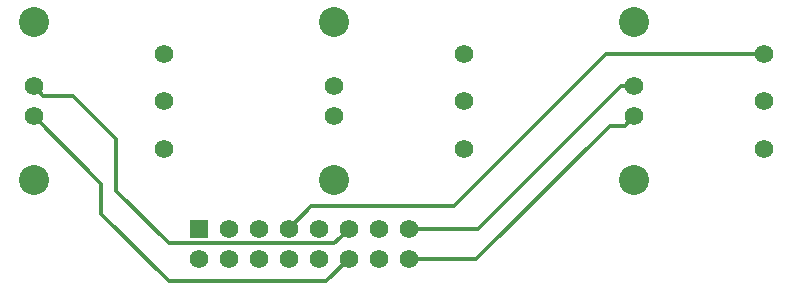
<source format=gbr>
G04 #@! TF.GenerationSoftware,KiCad,Pcbnew,(5.0.1)-3*
G04 #@! TF.CreationDate,2018-11-05T21:06:12-08:00*
G04 #@! TF.ProjectId,500-1137,3530302D313133372E6B696361645F70,rev?*
G04 #@! TF.SameCoordinates,Original*
G04 #@! TF.FileFunction,Copper,L2,Bot,Signal*
G04 #@! TF.FilePolarity,Positive*
%FSLAX46Y46*%
G04 Gerber Fmt 4.6, Leading zero omitted, Abs format (unit mm)*
G04 Created by KiCad (PCBNEW (5.0.1)-3) date 11/5/2018 9:06:12 PM*
%MOMM*%
%LPD*%
G01*
G04 APERTURE LIST*
G04 #@! TA.AperFunction,ComponentPad*
%ADD10R,1.574800X1.574800*%
G04 #@! TD*
G04 #@! TA.AperFunction,ComponentPad*
%ADD11C,1.574800*%
G04 #@! TD*
G04 #@! TA.AperFunction,ComponentPad*
%ADD12C,2.540000*%
G04 #@! TD*
G04 #@! TA.AperFunction,Conductor*
%ADD13C,0.304800*%
G04 #@! TD*
G04 APERTURE END LIST*
D10*
G04 #@! TO.P,P1,1*
G04 #@! TO.N,Net-(P1-Pad1)*
X90170000Y-86995000D03*
D11*
G04 #@! TO.P,P1,2*
G04 #@! TO.N,Net-(P1-Pad2)*
X90170000Y-89535000D03*
G04 #@! TO.P,P1,3*
G04 #@! TO.N,Net-(P1-Pad3)*
X92710000Y-86995000D03*
G04 #@! TO.P,P1,4*
G04 #@! TO.N,Net-(P1-Pad4)*
X92710000Y-89535000D03*
G04 #@! TO.P,P1,5*
G04 #@! TO.N,Net-(P1-Pad5)*
X95250000Y-86995000D03*
G04 #@! TO.P,P1,6*
G04 #@! TO.N,Net-(P1-Pad6)*
X95250000Y-89535000D03*
G04 #@! TO.P,P1,7*
G04 #@! TO.N,Net-(P1-Pad7)*
X97790000Y-86995000D03*
G04 #@! TO.P,P1,8*
G04 #@! TO.N,Net-(P1-Pad8)*
X97790000Y-89535000D03*
G04 #@! TO.P,P1,9*
G04 #@! TO.N,Net-(P1-Pad9)*
X100330000Y-86995000D03*
G04 #@! TO.P,P1,10*
G04 #@! TO.N,N/C*
X100330000Y-89535000D03*
G04 #@! TO.P,P1,11*
G04 #@! TO.N,Net-(P1-Pad11)*
X102870000Y-86995000D03*
G04 #@! TO.P,P1,12*
G04 #@! TO.N,Net-(P1-Pad12)*
X102870000Y-89535000D03*
G04 #@! TO.P,P1,13*
G04 #@! TO.N,Net-(P1-Pad13)*
X105410000Y-86995000D03*
G04 #@! TO.P,P1,14*
G04 #@! TO.N,Net-(P1-Pad14)*
X105410000Y-89535000D03*
G04 #@! TO.P,P1,15*
G04 #@! TO.N,Net-(P1-Pad15)*
X107950000Y-86995000D03*
G04 #@! TO.P,P1,16*
G04 #@! TO.N,Net-(P1-Pad16)*
X107950000Y-89535000D03*
G04 #@! TD*
D12*
G04 #@! TO.P,R1,*
G04 #@! TO.N,*
X76200000Y-82900000D03*
X76200000Y-69500000D03*
D11*
G04 #@! TO.P,R1,4*
G04 #@! TO.N,Net-(P1-Pad12)*
X76200000Y-77470000D03*
G04 #@! TO.P,R1,5*
G04 #@! TO.N,Net-(P1-Pad11)*
X76200000Y-74930000D03*
G04 #@! TO.P,R1,2*
G04 #@! TO.N,Net-(P1-Pad2)*
X87200000Y-76200000D03*
G04 #@! TO.P,R1,3*
G04 #@! TO.N,Net-(P1-Pad1)*
X87200000Y-72200000D03*
G04 #@! TO.P,R1,1*
G04 #@! TO.N,Net-(P1-Pad3)*
X87200000Y-80200000D03*
G04 #@! TD*
G04 #@! TO.P,R2,1*
G04 #@! TO.N,Net-(P1-Pad6)*
X112600000Y-80200000D03*
G04 #@! TO.P,R2,3*
G04 #@! TO.N,Net-(P1-Pad4)*
X112600000Y-72200000D03*
G04 #@! TO.P,R2,2*
G04 #@! TO.N,Net-(P1-Pad5)*
X112600000Y-76200000D03*
G04 #@! TO.P,R2,5*
G04 #@! TO.N,Net-(P1-Pad13)*
X101600000Y-74930000D03*
G04 #@! TO.P,R2,4*
G04 #@! TO.N,Net-(P1-Pad14)*
X101600000Y-77470000D03*
D12*
G04 #@! TO.P,R2,*
G04 #@! TO.N,*
X101600000Y-69500000D03*
X101600000Y-82900000D03*
G04 #@! TD*
G04 #@! TO.P,R3,*
G04 #@! TO.N,*
X127000000Y-82900000D03*
X127000000Y-69500000D03*
D11*
G04 #@! TO.P,R3,4*
G04 #@! TO.N,Net-(P1-Pad16)*
X127000000Y-77470000D03*
G04 #@! TO.P,R3,5*
G04 #@! TO.N,Net-(P1-Pad15)*
X127000000Y-74930000D03*
G04 #@! TO.P,R3,2*
G04 #@! TO.N,Net-(P1-Pad8)*
X138000000Y-76200000D03*
G04 #@! TO.P,R3,3*
G04 #@! TO.N,Net-(P1-Pad7)*
X138000000Y-72200000D03*
G04 #@! TO.P,R3,1*
G04 #@! TO.N,Net-(P1-Pad9)*
X138000000Y-80200000D03*
G04 #@! TD*
D13*
G04 #@! TO.N,Net-(P1-Pad7)*
X124650000Y-72200000D02*
X138000000Y-72200000D01*
X111760000Y-85090000D02*
X124650000Y-72200000D01*
X97790000Y-86995000D02*
X99695000Y-85090000D01*
X99695000Y-85090000D02*
X111760000Y-85090000D01*
G04 #@! TO.N,Net-(P1-Pad11)*
X76987399Y-75717399D02*
X79527399Y-75717399D01*
X76200000Y-74930000D02*
X76987399Y-75717399D01*
X79527399Y-75717399D02*
X83185000Y-79375000D01*
X83185000Y-79375000D02*
X83185000Y-83820000D01*
X102082601Y-87782399D02*
X102870000Y-86995000D01*
X101625399Y-88239601D02*
X102082601Y-87782399D01*
X87604601Y-88239601D02*
X101625399Y-88239601D01*
X83185000Y-83820000D02*
X87604601Y-88239601D01*
G04 #@! TO.N,Net-(P1-Pad12)*
X100965000Y-91440000D02*
X102870000Y-89535000D01*
X87630000Y-91440000D02*
X100965000Y-91440000D01*
X81915000Y-85725000D02*
X87630000Y-91440000D01*
X76200000Y-77470000D02*
X81915000Y-83185000D01*
X81915000Y-83185000D02*
X81915000Y-85725000D01*
G04 #@! TO.N,Net-(P1-Pad15)*
X109063551Y-86995000D02*
X107950000Y-86995000D01*
X113821449Y-86995000D02*
X109063551Y-86995000D01*
X125886449Y-74930000D02*
X113821449Y-86995000D01*
X127000000Y-74930000D02*
X125886449Y-74930000D01*
G04 #@! TO.N,Net-(P1-Pad16)*
X126212601Y-78257399D02*
X124942601Y-78257399D01*
X127000000Y-77470000D02*
X126212601Y-78257399D01*
X113665000Y-89535000D02*
X107950000Y-89535000D01*
X124942601Y-78257399D02*
X113665000Y-89535000D01*
G04 #@! TD*
M02*

</source>
